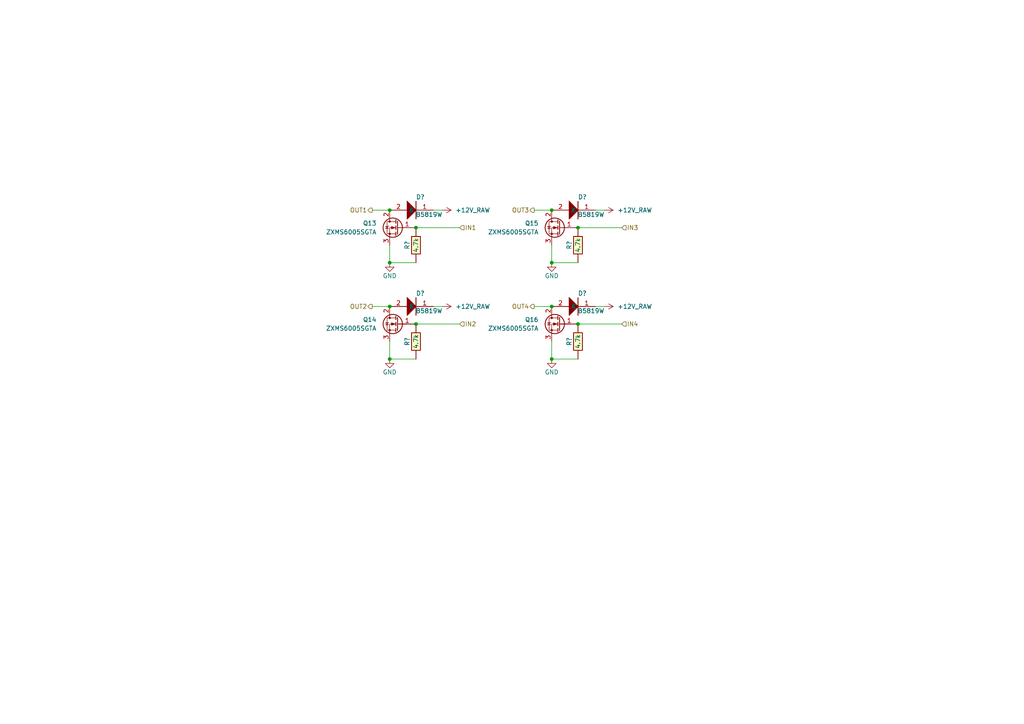
<source format=kicad_sch>
(kicad_sch (version 20230121) (generator eeschema)
  (paper "A4")
  (lib_symbols
    (symbol "Transistor_FET:BSP129" (pin_names hide)
      (property "Reference" "Q" (at 5.08 1.905 0))
      (property "Value" "BSP129" (at 5.08 0 0))
      (symbol "BSP129_0_1"
        (polyline (pts (xy 0.254 0) (xy -2.54 0)))
        (polyline (pts (xy 0.254 1.905) (xy 0.254 -1.905)) (stroke (width 0.254)))
        (polyline (pts (xy 0.762 -1.27) (xy 0.762 -2.286)) (stroke (width 0.254)))
        (polyline (pts (xy 0.762 0.508) (xy 0.762 -0.508)) (stroke (width 0.254)))
        (polyline (pts (xy 0.762 2.286) (xy 0.762 1.27)) (stroke (width 0.254)))
        (polyline (pts (xy 2.54 2.54) (xy 2.54 1.778)))
        (polyline (pts (xy 2.54 -2.54) (xy 2.54 0) (xy 0.762 0)))
        (polyline (pts (xy 0.762 -1.778) (xy 3.302 -1.778) (xy 3.302 1.778) (xy 0.762 1.778)))
        (polyline (pts (xy 1.016 0) (xy 2.032 0.381) (xy 2.032 -0.381) (xy 1.016 0)) (fill (type outline)))
        (polyline (pts (xy 2.794 0.508) (xy 2.921 0.381) (xy 3.683 0.381) (xy 3.81 0.254)))
        (polyline (pts (xy 3.302 0.381) (xy 2.921 -0.254) (xy 3.683 -0.254) (xy 3.302 0.381)))
        (circle (center 1.651 0) (radius 2.794) (stroke (width 0.254)))
        (circle (center 2.54 -1.778) (radius 0.254) (fill (type outline)))
        (circle (center 2.54 1.778) (radius 0.254) (fill (type outline)))
      )
      (symbol "BSP129_1_1"
        (pin input line (at -5.08 0 0) (length 5.08) (name "G") (number "1"))
        (pin passive line (at 2.54 5.08 270) (length 2.54) (name "D") (number "2"))
        (pin passive line (at 2.54 -5.08 90) (length 2.54) (name "S") (number "3"))
      )
    )
    (symbol "hellen-one-common:+12V_RAW" (power) (pin_names (offset 0))
      (property "Value" "+12V_RAW" (at 0 3.556 0))
      (symbol "+12V_RAW_0_1"
        (polyline (pts (xy -0.762 1.27) (xy 0 2.54)))
        (polyline (pts (xy 0 0) (xy 0 2.54)))
        (polyline (pts (xy 0 2.54) (xy 0.762 1.27)))
      )
      (symbol "+12V_RAW_1_1"
        (pin power_in line (at 0 0 90) (length 0) hide (name "+12V_RAW") (number "1"))
      )
    )
    (symbol "hellen-one-common:1N4148WS"
      (property "Reference" "D" (at 0 2.54 0))
      (property "Value" "1N4148WS" (at 0 -3.81 0))
      (symbol "1N4148WS_1_0"
        (polyline (pts (xy 2.54 2.54) (xy 2.54 -2.54)) (stroke (width 0.254)))
        (polyline (pts (xy 0 -2.54) (xy 2.54 0) (xy 0 2.54) (xy 0 -2.54)) (stroke (width 0.254)) (fill (type outline)))
        (pin passive line (at 7.62 0 180) (length 5.08) (name "K") (number "1"))
        (pin passive line (at -5.08 0 0) (length 5.08) (name "A") (number "2"))
      )
    )
    (symbol "hellen-one-common:Res" (pin_numbers hide)
      (property "Reference" "R" (at 3.81 2.54 0))
      (property "Value" "Res" (at 5.08 -2.54 0))
      (symbol "Res_1_0"
        (rectangle (start 2.54 -1.27) (end 7.62 1.27) (stroke (width 0.254)) (fill (type background)))
        (pin passive line (at 0 0 0) (length 2.54) (name "") (number "1"))
        (pin passive line (at 10.16 0 180) (length 2.54) (name "") (number "2"))
      )
    )
    (symbol "power:GND" (power) (pin_names (offset 0))
      (property "Value" "GND" (at 0 -3.81 0))
      (symbol "GND_0_1"
        (polyline (pts (xy 0 0) (xy 0 -1.27) (xy 1.27 -1.27) (xy 0 -2.54) (xy -1.27 -1.27) (xy 0 -1.27)))
      )
      (symbol "GND_1_1"
        (pin power_in line (at 0 0 270) (length 0) hide (name "GND") (number "1"))
      )
    )
  )
  (junction (at 160.02 76.2))
  (junction (at 120.65 66.04))
  (junction (at 113.03 88.9))
  (junction (at 160.02 104.14))
  (junction (at 167.64 93.98))
  (junction (at 160.02 88.9))
  (junction (at 160.02 60.96))
  (junction (at 113.03 60.96))
  (junction (at 113.03 76.2))
  (junction (at 120.65 93.98))
  (junction (at 167.64 66.04))
  (junction (at 113.03 104.14))
  (wire (pts (xy 113.03 99.06) (xy 113.03 104.14)))
  (wire (pts (xy 128.27 60.96) (xy 125.73 60.96)))
  (wire (pts (xy 120.65 66.04) (xy 133.35 66.04)))
  (wire (pts (xy 160.02 71.12) (xy 160.02 76.2)))
  (wire (pts (xy 128.27 88.9) (xy 125.73 88.9)))
  (wire (pts (xy 167.64 66.04) (xy 180.34 66.04)))
  (wire (pts (xy 175.26 88.9) (xy 172.72 88.9)))
  (wire (pts (xy 154.94 60.96) (xy 160.02 60.96)))
  (wire (pts (xy 113.03 76.2) (xy 120.65 76.2)))
  (wire (pts (xy 160.02 76.2) (xy 167.64 76.2)))
  (wire (pts (xy 160.02 104.14) (xy 167.64 104.14)))
  (wire (pts (xy 154.94 88.9) (xy 160.02 88.9)))
  (wire (pts (xy 113.03 104.14) (xy 120.65 104.14)))
  (wire (pts (xy 167.64 93.98) (xy 180.34 93.98)))
  (wire (pts (xy 160.02 99.06) (xy 160.02 104.14)))
  (wire (pts (xy 113.03 71.12) (xy 113.03 76.2)))
  (wire (pts (xy 175.26 60.96) (xy 172.72 60.96)))
  (wire (pts (xy 107.95 88.9) (xy 113.03 88.9)))
  (wire (pts (xy 107.95 60.96) (xy 113.03 60.96)))
  (wire (pts (xy 120.65 93.98) (xy 133.35 93.98)))
  (hierarchical_label "IN1" (shape input) (at 133.35 66.04 0))
  (hierarchical_label "OUT4" (shape output) (at 154.94 88.9 180))
  (hierarchical_label "OUT3" (shape output) (at 154.94 60.96 180))
  (hierarchical_label "OUT2" (shape output) (at 107.95 88.9 180))
  (hierarchical_label "IN2" (shape input) (at 133.35 93.98 0))
  (hierarchical_label "IN3" (shape input) (at 180.34 66.04 0))
  (hierarchical_label "OUT1" (shape output) (at 107.95 60.96 180))
  (hierarchical_label "IN4" (shape input) (at 180.34 93.98 0))
  (symbol (lib_id "Transistor_FET:BSP129") (at 162.56 66.04 0) (mirror y) (unit 1)
    (property "Reference" "Q15" (at 156.21 64.77 0) (effects (justify left)))
    (property "Value" "ZXMS6005SGTA" (at 156.21 67.31 0) (effects (justify left)))
    (property "Footprint" "Package_TO_SOT_SMD:SOT-223" (effects hide))
    (property "Datasheet" "https://www.diodes.com/assets/Datasheets/ds32249.pdf" (effects hide))
    (property "LCSC" "C174042" (effects hide))
    (instances (project "bmw_v6_90pin" (path "" (reference "Q15") (unit 1))) (project "uaefi" (path "" (reference "Q?") (unit 1)) (path "" (reference "Q?") (unit 1))))
  )
  (symbol (lib_id "hellen-one-common:+12V_RAW") (at 175.26 88.9 270) (mirror x) (unit 1)
    (property "Reference" "#PWR?" (effects hide))
    (property "Value" "+12V_RAW" (at 179.07 88.9 90) (effects (justify left)))
    (instances (project "lowside_quad" (path "" (reference "#PWR?") (unit 1))) (project "alphax_4ch" (path "" (reference "#PWR?") (unit 1))) (project "bmw_v6_90pin" (path "" (reference "#PWR0177") (unit 1))) (project "uaefi" (path "" (reference "#PWR?") (unit 1)) (path "" (reference "#PWR?") (unit 1))))
  )
  (symbol (lib_id "hellen-one-common:Res") (at 120.65 76.2 90) (unit 1)
    (property "Reference" "R?" (at 118.11 71.12 0))
    (property "Value" "4.7k" (at 120.65 71.12 0))
    (property "Footprint" "footprints:R0603" (effects hide))
    (property "LCSC" "C23162" (effects hide))
    (instances (project "alphax_8ch" (path "" (reference "R?") (unit 1)) (path "" (reference "R?") (unit 1))) (project "bmw_v6_90pin" (path "" (reference "R24") (unit 1))) (project "uaefi" (path "" (reference "R?") (unit 1)) (path "" (reference "R?") (unit 1)) (path "" (reference "R?") (unit 1))))
  )
  (symbol (lib_id "hellen-one-common:+12V_RAW") (at 128.27 88.9 270) (mirror x) (unit 1)
    (property "Reference" "#PWR?" (effects hide))
    (property "Value" "+12V_RAW" (at 132.08 88.9 90) (effects (justify left)))
    (instances (project "lowside_quad" (path "" (reference "#PWR?") (unit 1))) (project "alphax_4ch" (path "" (reference "#PWR?") (unit 1))) (project "bmw_v6_90pin" (path "" (reference "#PWR0181") (unit 1))) (project "uaefi" (path "" (reference "#PWR?") (unit 1)) (path "" (reference "#PWR?") (unit 1))))
  )
  (symbol (lib_id "power:GND") (at 113.03 104.14 0) (unit 1)
    (property "Reference" "#PWR?" (effects hide))
    (property "Value" "GND" (at 113.03 107.95 0))
    (instances (project "hellen-hyundai-pb-154" (path "" (reference "#PWR?") (unit 1)) (path "" (reference "#PWR?") (unit 1))) (project "DUMB_COILS4" (path "" (reference "#PWR?") (unit 1))) (project "bmw_v6_90pin" (path "" (reference "#PWR0179") (unit 1))) (project "uaefi" (path "" (reference "#PWR?") (unit 1)) (path "" (reference "#PWR?") (unit 1)) (path "" (reference "#PWR?") (unit 1)) (path "" (reference "#PWR?") (unit 1))) (project "ign_quad" (path "" (reference "#PWR?") (unit 1))))
  )
  (symbol (lib_id "hellen-one-common:Res") (at 167.64 76.2 90) (unit 1)
    (property "Reference" "R?" (at 165.1 71.12 0))
    (property "Value" "4.7k" (at 167.64 71.12 0))
    (property "Footprint" "footprints:R0603" (effects hide))
    (property "LCSC" "C23162" (effects hide))
    (instances (project "alphax_8ch" (path "" (reference "R?") (unit 1)) (path "" (reference "R?") (unit 1))) (project "bmw_v6_90pin" (path "" (reference "R26") (unit 1))) (project "uaefi" (path "" (reference "R?") (unit 1)) (path "" (reference "R?") (unit 1)) (path "" (reference "R?") (unit 1))))
  )
  (symbol (lib_id "Transistor_FET:BSP129") (at 115.57 93.98 0) (mirror y) (unit 1)
    (property "Reference" "Q14" (at 109.22 92.71 0) (effects (justify left)))
    (property "Value" "ZXMS6005SGTA" (at 109.22 95.25 0) (effects (justify left)))
    (property "Footprint" "Package_TO_SOT_SMD:SOT-223" (effects hide))
    (property "Datasheet" "https://www.diodes.com/assets/Datasheets/ds32249.pdf" (effects hide))
    (property "LCSC" "C174042" (effects hide))
    (instances (project "bmw_v6_90pin" (path "" (reference "Q14") (unit 1))) (project "uaefi" (path "" (reference "Q?") (unit 1)) (path "" (reference "Q?") (unit 1))))
  )
  (symbol (lib_id "Transistor_FET:BSP129") (at 115.57 66.04 0) (mirror y) (unit 1)
    (property "Reference" "Q13" (at 109.22 64.77 0) (effects (justify left)))
    (property "Value" "ZXMS6005SGTA" (at 109.22 67.31 0) (effects (justify left)))
    (property "Footprint" "Package_TO_SOT_SMD:SOT-223" (effects hide))
    (property "Datasheet" "https://www.diodes.com/assets/Datasheets/ds32249.pdf" (effects hide))
    (property "LCSC" "C174042" (effects hide))
    (instances (project "bmw_v6_90pin" (path "" (reference "Q13") (unit 1))) (project "uaefi" (path "" (reference "Q?") (unit 1)) (path "" (reference "Q?") (unit 1))))
  )
  (symbol (lib_id "hellen-one-common:1N4148WS") (at 165.1 88.9 0) (mirror x) (unit 1)
    (property "Reference" "D?" (at 168.91 85.09 0))
    (property "Value" "B5819W" (at 171.45 90.17 0))
    (property "Footprint" "footprints:SOD-123" (effects hide))
    (property "LCSC" "C8598" (effects hide))
    (instances (project "lowside_quad" (path "" (reference "D?") (unit 1))) (project "alphax_8ch" (path "" (reference "D?") (unit 1)) (path "" (reference "D?") (unit 1))) (project "bmw_v6_90pin" (path "" (reference "D4") (unit 1))) (project "uaefi" (path "" (reference "D?") (unit 1)) (path "" (reference "D?") (unit 1))))
  )
  (symbol (lib_id "power:GND") (at 160.02 76.2 0) (unit 1)
    (property "Reference" "#PWR?" (effects hide))
    (property "Value" "GND" (at 160.02 80.01 0))
    (instances (project "hellen-hyundai-pb-154" (path "" (reference "#PWR?") (unit 1)) (path "" (reference "#PWR?") (unit 1))) (project "DUMB_COILS4" (path "" (reference "#PWR?") (unit 1))) (project "bmw_v6_90pin" (path "" (reference "#PWR0175") (unit 1))) (project "uaefi" (path "" (reference "#PWR?") (unit 1)) (path "" (reference "#PWR?") (unit 1)) (path "" (reference "#PWR?") (unit 1)) (path "" (reference "#PWR?") (unit 1))) (project "ign_quad" (path "" (reference "#PWR?") (unit 1))))
  )
  (symbol (lib_id "hellen-one-common:+12V_RAW") (at 128.27 60.96 270) (mirror x) (unit 1)
    (property "Reference" "#PWR?" (effects hide))
    (property "Value" "+12V_RAW" (at 132.08 60.96 90) (effects (justify left)))
    (instances (project "lowside_quad" (path "" (reference "#PWR?") (unit 1))) (project "alphax_4ch" (path "" (reference "#PWR?") (unit 1))) (project "bmw_v6_90pin" (path "" (reference "#PWR0178") (unit 1))) (project "uaefi" (path "" (reference "#PWR?") (unit 1)) (path "" (reference "#PWR?") (unit 1))))
  )
  (symbol (lib_id "hellen-one-common:+12V_RAW") (at 175.26 60.96 270) (mirror x) (unit 1)
    (property "Reference" "#PWR?" (effects hide))
    (property "Value" "+12V_RAW" (at 179.07 60.96 90) (effects (justify left)))
    (instances (project "lowside_quad" (path "" (reference "#PWR?") (unit 1))) (project "alphax_4ch" (path "" (reference "#PWR?") (unit 1))) (project "bmw_v6_90pin" (path "" (reference "#PWR0176") (unit 1))) (project "uaefi" (path "" (reference "#PWR?") (unit 1)) (path "" (reference "#PWR?") (unit 1))))
  )
  (symbol (lib_id "hellen-one-common:1N4148WS") (at 165.1 60.96 0) (mirror x) (unit 1)
    (property "Reference" "D?" (at 168.91 57.15 0))
    (property "Value" "B5819W" (at 171.45 62.23 0))
    (property "Footprint" "footprints:SOD-123" (effects hide))
    (property "LCSC" "C8598" (effects hide))
    (instances (project "lowside_quad" (path "" (reference "D?") (unit 1))) (project "alphax_8ch" (path "" (reference "D?") (unit 1)) (path "" (reference "D?") (unit 1))) (project "bmw_v6_90pin" (path "" (reference "D3") (unit 1))) (project "uaefi" (path "" (reference "D?") (unit 1)) (path "" (reference "D?") (unit 1))))
  )
  (symbol (lib_id "Transistor_FET:BSP129") (at 162.56 93.98 0) (mirror y) (unit 1)
    (property "Reference" "Q16" (at 156.21 92.71 0) (effects (justify left)))
    (property "Value" "ZXMS6005SGTA" (at 156.21 95.25 0) (effects (justify left)))
    (property "Footprint" "Package_TO_SOT_SMD:SOT-223" (effects hide))
    (property "Datasheet" "https://www.diodes.com/assets/Datasheets/ds32249.pdf" (effects hide))
    (property "LCSC" "C174042" (effects hide))
    (instances (project "bmw_v6_90pin" (path "" (reference "Q16") (unit 1))) (project "uaefi" (path "" (reference "Q?") (unit 1)) (path "" (reference "Q?") (unit 1))))
  )
  (symbol (lib_id "power:GND") (at 113.03 76.2 0) (unit 1)
    (property "Reference" "#PWR?" (effects hide))
    (property "Value" "GND" (at 113.03 80.01 0))
    (instances (project "hellen-hyundai-pb-154" (path "" (reference "#PWR?") (unit 1)) (path "" (reference "#PWR?") (unit 1))) (project "DUMB_COILS4" (path "" (reference "#PWR?") (unit 1))) (project "bmw_v6_90pin" (path "" (reference "#PWR0180") (unit 1))) (project "uaefi" (path "" (reference "#PWR?") (unit 1)) (path "" (reference "#PWR?") (unit 1)) (path "" (reference "#PWR?") (unit 1)) (path "" (reference "#PWR?") (unit 1))) (project "ign_quad" (path "" (reference "#PWR?") (unit 1))))
  )
  (symbol (lib_id "hellen-one-common:1N4148WS") (at 118.11 60.96 0) (mirror x) (unit 1)
    (property "Reference" "D?" (at 121.92 57.15 0))
    (property "Value" "B5819W" (at 124.46 62.23 0))
    (property "Footprint" "footprints:SOD-123" (effects hide))
    (property "LCSC" "C8598" (effects hide))
    (instances (project "lowside_quad" (path "" (reference "D?") (unit 1))) (project "alphax_8ch" (path "" (reference "D?") (unit 1)) (path "" (reference "D?") (unit 1))) (project "bmw_v6_90pin" (path "" (reference "D1") (unit 1))) (project "uaefi" (path "" (reference "D?") (unit 1)) (path "" (reference "D?") (unit 1))))
  )
  (symbol (lib_id "power:GND") (at 160.02 104.14 0) (unit 1)
    (property "Reference" "#PWR?" (effects hide))
    (property "Value" "GND" (at 160.02 107.95 0))
    (instances (project "hellen-hyundai-pb-154" (path "" (reference "#PWR?") (unit 1)) (path "" (reference "#PWR?") (unit 1))) (project "DUMB_COILS4" (path "" (reference "#PWR?") (unit 1))) (project "bmw_v6_90pin" (path "" (reference "#PWR0174") (unit 1))) (project "uaefi" (path "" (reference "#PWR?") (unit 1)) (path "" (reference "#PWR?") (unit 1)) (path "" (reference "#PWR?") (unit 1)) (path "" (reference "#PWR?") (unit 1))) (project "ign_quad" (path "" (reference "#PWR?") (unit 1))))
  )
  (symbol (lib_id "hellen-one-common:1N4148WS") (at 118.11 88.9 0) (mirror x) (unit 1)
    (property "Reference" "D?" (at 121.92 85.09 0))
    (property "Value" "B5819W" (at 124.46 90.17 0))
    (property "Footprint" "footprints:SOD-123" (effects hide))
    (property "LCSC" "C8598" (effects hide))
    (instances (project "lowside_quad" (path "" (reference "D?") (unit 1))) (project "alphax_8ch" (path "" (reference "D?") (unit 1)) (path "" (reference "D?") (unit 1))) (project "bmw_v6_90pin" (path "" (reference "D2") (unit 1))) (project "uaefi" (path "" (reference "D?") (unit 1)) (path "" (reference "D?") (unit 1))))
  )
  (symbol (lib_id "hellen-one-common:Res") (at 167.64 104.14 90) (unit 1)
    (property "Reference" "R?" (at 165.1 99.06 0))
    (property "Value" "4.7k" (at 167.64 99.06 0))
    (property "Footprint" "footprints:R0603" (effects hide))
    (property "LCSC" "C23162" (effects hide))
    (instances (project "alphax_8ch" (path "" (reference "R?") (unit 1)) (path "" (reference "R?") (unit 1))) (project "bmw_v6_90pin" (path "" (reference "R27") (unit 1))) (project "uaefi" (path "" (reference "R?") (unit 1)) (path "" (reference "R?") (unit 1)) (path "" (reference "R?") (unit 1))))
  )
  (symbol (lib_id "hellen-one-common:Res") (at 120.65 104.14 90) (unit 1)
    (property "Reference" "R?" (at 118.11 99.06 0))
    (property "Value" "4.7k" (at 120.65 99.06 0))
    (property "Footprint" "footprints:R0603" (effects hide))
    (property "LCSC" "C23162" (effects hide))
    (instances (project "alphax_8ch" (path "" (reference "R?") (unit 1)) (path "" (reference "R?") (unit 1))) (project "bmw_v6_90pin" (path "" (reference "R25") (unit 1))) (project "uaefi" (path "" (reference "R?") (unit 1)) (path "" (reference "R?") (unit 1)) (path "" (reference "R?") (unit 1))))
  )
)
</source>
